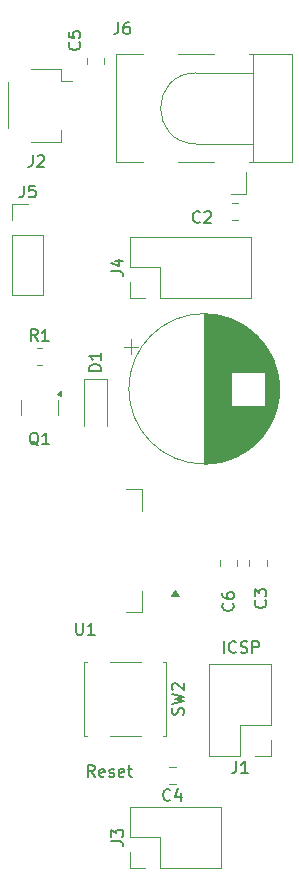
<source format=gbr>
%TF.GenerationSoftware,KiCad,Pcbnew,8.0.8*%
%TF.CreationDate,2025-01-26T19:36:25-06:00*%
%TF.ProjectId,ptSolar-Breakout,7074536f-6c61-4722-9d42-7265616b6f75,rev?*%
%TF.SameCoordinates,Original*%
%TF.FileFunction,Legend,Top*%
%TF.FilePolarity,Positive*%
%FSLAX46Y46*%
G04 Gerber Fmt 4.6, Leading zero omitted, Abs format (unit mm)*
G04 Created by KiCad (PCBNEW 8.0.8) date 2025-01-26 19:36:25*
%MOMM*%
%LPD*%
G01*
G04 APERTURE LIST*
%ADD10C,0.150000*%
%ADD11C,0.120000*%
G04 APERTURE END LIST*
D10*
X151408207Y-132619819D02*
X151074874Y-132143628D01*
X150836779Y-132619819D02*
X150836779Y-131619819D01*
X150836779Y-131619819D02*
X151217731Y-131619819D01*
X151217731Y-131619819D02*
X151312969Y-131667438D01*
X151312969Y-131667438D02*
X151360588Y-131715057D01*
X151360588Y-131715057D02*
X151408207Y-131810295D01*
X151408207Y-131810295D02*
X151408207Y-131953152D01*
X151408207Y-131953152D02*
X151360588Y-132048390D01*
X151360588Y-132048390D02*
X151312969Y-132096009D01*
X151312969Y-132096009D02*
X151217731Y-132143628D01*
X151217731Y-132143628D02*
X150836779Y-132143628D01*
X152217731Y-132572200D02*
X152122493Y-132619819D01*
X152122493Y-132619819D02*
X151932017Y-132619819D01*
X151932017Y-132619819D02*
X151836779Y-132572200D01*
X151836779Y-132572200D02*
X151789160Y-132476961D01*
X151789160Y-132476961D02*
X151789160Y-132096009D01*
X151789160Y-132096009D02*
X151836779Y-132000771D01*
X151836779Y-132000771D02*
X151932017Y-131953152D01*
X151932017Y-131953152D02*
X152122493Y-131953152D01*
X152122493Y-131953152D02*
X152217731Y-132000771D01*
X152217731Y-132000771D02*
X152265350Y-132096009D01*
X152265350Y-132096009D02*
X152265350Y-132191247D01*
X152265350Y-132191247D02*
X151789160Y-132286485D01*
X152646303Y-132572200D02*
X152741541Y-132619819D01*
X152741541Y-132619819D02*
X152932017Y-132619819D01*
X152932017Y-132619819D02*
X153027255Y-132572200D01*
X153027255Y-132572200D02*
X153074874Y-132476961D01*
X153074874Y-132476961D02*
X153074874Y-132429342D01*
X153074874Y-132429342D02*
X153027255Y-132334104D01*
X153027255Y-132334104D02*
X152932017Y-132286485D01*
X152932017Y-132286485D02*
X152789160Y-132286485D01*
X152789160Y-132286485D02*
X152693922Y-132238866D01*
X152693922Y-132238866D02*
X152646303Y-132143628D01*
X152646303Y-132143628D02*
X152646303Y-132096009D01*
X152646303Y-132096009D02*
X152693922Y-132000771D01*
X152693922Y-132000771D02*
X152789160Y-131953152D01*
X152789160Y-131953152D02*
X152932017Y-131953152D01*
X152932017Y-131953152D02*
X153027255Y-132000771D01*
X153884398Y-132572200D02*
X153789160Y-132619819D01*
X153789160Y-132619819D02*
X153598684Y-132619819D01*
X153598684Y-132619819D02*
X153503446Y-132572200D01*
X153503446Y-132572200D02*
X153455827Y-132476961D01*
X153455827Y-132476961D02*
X153455827Y-132096009D01*
X153455827Y-132096009D02*
X153503446Y-132000771D01*
X153503446Y-132000771D02*
X153598684Y-131953152D01*
X153598684Y-131953152D02*
X153789160Y-131953152D01*
X153789160Y-131953152D02*
X153884398Y-132000771D01*
X153884398Y-132000771D02*
X153932017Y-132096009D01*
X153932017Y-132096009D02*
X153932017Y-132191247D01*
X153932017Y-132191247D02*
X153455827Y-132286485D01*
X154217732Y-131953152D02*
X154598684Y-131953152D01*
X154360589Y-131619819D02*
X154360589Y-132476961D01*
X154360589Y-132476961D02*
X154408208Y-132572200D01*
X154408208Y-132572200D02*
X154503446Y-132619819D01*
X154503446Y-132619819D02*
X154598684Y-132619819D01*
X162336779Y-122119819D02*
X162336779Y-121119819D01*
X163384397Y-122024580D02*
X163336778Y-122072200D01*
X163336778Y-122072200D02*
X163193921Y-122119819D01*
X163193921Y-122119819D02*
X163098683Y-122119819D01*
X163098683Y-122119819D02*
X162955826Y-122072200D01*
X162955826Y-122072200D02*
X162860588Y-121976961D01*
X162860588Y-121976961D02*
X162812969Y-121881723D01*
X162812969Y-121881723D02*
X162765350Y-121691247D01*
X162765350Y-121691247D02*
X162765350Y-121548390D01*
X162765350Y-121548390D02*
X162812969Y-121357914D01*
X162812969Y-121357914D02*
X162860588Y-121262676D01*
X162860588Y-121262676D02*
X162955826Y-121167438D01*
X162955826Y-121167438D02*
X163098683Y-121119819D01*
X163098683Y-121119819D02*
X163193921Y-121119819D01*
X163193921Y-121119819D02*
X163336778Y-121167438D01*
X163336778Y-121167438D02*
X163384397Y-121215057D01*
X163765350Y-122072200D02*
X163908207Y-122119819D01*
X163908207Y-122119819D02*
X164146302Y-122119819D01*
X164146302Y-122119819D02*
X164241540Y-122072200D01*
X164241540Y-122072200D02*
X164289159Y-122024580D01*
X164289159Y-122024580D02*
X164336778Y-121929342D01*
X164336778Y-121929342D02*
X164336778Y-121834104D01*
X164336778Y-121834104D02*
X164289159Y-121738866D01*
X164289159Y-121738866D02*
X164241540Y-121691247D01*
X164241540Y-121691247D02*
X164146302Y-121643628D01*
X164146302Y-121643628D02*
X163955826Y-121596009D01*
X163955826Y-121596009D02*
X163860588Y-121548390D01*
X163860588Y-121548390D02*
X163812969Y-121500771D01*
X163812969Y-121500771D02*
X163765350Y-121405533D01*
X163765350Y-121405533D02*
X163765350Y-121310295D01*
X163765350Y-121310295D02*
X163812969Y-121215057D01*
X163812969Y-121215057D02*
X163860588Y-121167438D01*
X163860588Y-121167438D02*
X163955826Y-121119819D01*
X163955826Y-121119819D02*
X164193921Y-121119819D01*
X164193921Y-121119819D02*
X164336778Y-121167438D01*
X164765350Y-122119819D02*
X164765350Y-121119819D01*
X164765350Y-121119819D02*
X165146302Y-121119819D01*
X165146302Y-121119819D02*
X165241540Y-121167438D01*
X165241540Y-121167438D02*
X165289159Y-121215057D01*
X165289159Y-121215057D02*
X165336778Y-121310295D01*
X165336778Y-121310295D02*
X165336778Y-121453152D01*
X165336778Y-121453152D02*
X165289159Y-121548390D01*
X165289159Y-121548390D02*
X165241540Y-121596009D01*
X165241540Y-121596009D02*
X165146302Y-121643628D01*
X165146302Y-121643628D02*
X164765350Y-121643628D01*
X158907200Y-127333332D02*
X158954819Y-127190475D01*
X158954819Y-127190475D02*
X158954819Y-126952380D01*
X158954819Y-126952380D02*
X158907200Y-126857142D01*
X158907200Y-126857142D02*
X158859580Y-126809523D01*
X158859580Y-126809523D02*
X158764342Y-126761904D01*
X158764342Y-126761904D02*
X158669104Y-126761904D01*
X158669104Y-126761904D02*
X158573866Y-126809523D01*
X158573866Y-126809523D02*
X158526247Y-126857142D01*
X158526247Y-126857142D02*
X158478628Y-126952380D01*
X158478628Y-126952380D02*
X158431009Y-127142856D01*
X158431009Y-127142856D02*
X158383390Y-127238094D01*
X158383390Y-127238094D02*
X158335771Y-127285713D01*
X158335771Y-127285713D02*
X158240533Y-127333332D01*
X158240533Y-127333332D02*
X158145295Y-127333332D01*
X158145295Y-127333332D02*
X158050057Y-127285713D01*
X158050057Y-127285713D02*
X158002438Y-127238094D01*
X158002438Y-127238094D02*
X157954819Y-127142856D01*
X157954819Y-127142856D02*
X157954819Y-126904761D01*
X157954819Y-126904761D02*
X158002438Y-126761904D01*
X157954819Y-126428570D02*
X158954819Y-126190475D01*
X158954819Y-126190475D02*
X158240533Y-125999999D01*
X158240533Y-125999999D02*
X158954819Y-125809523D01*
X158954819Y-125809523D02*
X157954819Y-125571428D01*
X158050057Y-125238094D02*
X158002438Y-125190475D01*
X158002438Y-125190475D02*
X157954819Y-125095237D01*
X157954819Y-125095237D02*
X157954819Y-124857142D01*
X157954819Y-124857142D02*
X158002438Y-124761904D01*
X158002438Y-124761904D02*
X158050057Y-124714285D01*
X158050057Y-124714285D02*
X158145295Y-124666666D01*
X158145295Y-124666666D02*
X158240533Y-124666666D01*
X158240533Y-124666666D02*
X158383390Y-124714285D01*
X158383390Y-124714285D02*
X158954819Y-125285713D01*
X158954819Y-125285713D02*
X158954819Y-124666666D01*
X151954819Y-98238094D02*
X150954819Y-98238094D01*
X150954819Y-98238094D02*
X150954819Y-97999999D01*
X150954819Y-97999999D02*
X151002438Y-97857142D01*
X151002438Y-97857142D02*
X151097676Y-97761904D01*
X151097676Y-97761904D02*
X151192914Y-97714285D01*
X151192914Y-97714285D02*
X151383390Y-97666666D01*
X151383390Y-97666666D02*
X151526247Y-97666666D01*
X151526247Y-97666666D02*
X151716723Y-97714285D01*
X151716723Y-97714285D02*
X151811961Y-97761904D01*
X151811961Y-97761904D02*
X151907200Y-97857142D01*
X151907200Y-97857142D02*
X151954819Y-97999999D01*
X151954819Y-97999999D02*
X151954819Y-98238094D01*
X151954819Y-96714285D02*
X151954819Y-97285713D01*
X151954819Y-96999999D02*
X150954819Y-96999999D01*
X150954819Y-96999999D02*
X151097676Y-97095237D01*
X151097676Y-97095237D02*
X151192914Y-97190475D01*
X151192914Y-97190475D02*
X151240533Y-97285713D01*
X145416666Y-82544819D02*
X145416666Y-83259104D01*
X145416666Y-83259104D02*
X145369047Y-83401961D01*
X145369047Y-83401961D02*
X145273809Y-83497200D01*
X145273809Y-83497200D02*
X145130952Y-83544819D01*
X145130952Y-83544819D02*
X145035714Y-83544819D01*
X146369047Y-82544819D02*
X145892857Y-82544819D01*
X145892857Y-82544819D02*
X145845238Y-83021009D01*
X145845238Y-83021009D02*
X145892857Y-82973390D01*
X145892857Y-82973390D02*
X145988095Y-82925771D01*
X145988095Y-82925771D02*
X146226190Y-82925771D01*
X146226190Y-82925771D02*
X146321428Y-82973390D01*
X146321428Y-82973390D02*
X146369047Y-83021009D01*
X146369047Y-83021009D02*
X146416666Y-83116247D01*
X146416666Y-83116247D02*
X146416666Y-83354342D01*
X146416666Y-83354342D02*
X146369047Y-83449580D01*
X146369047Y-83449580D02*
X146321428Y-83497200D01*
X146321428Y-83497200D02*
X146226190Y-83544819D01*
X146226190Y-83544819D02*
X145988095Y-83544819D01*
X145988095Y-83544819D02*
X145892857Y-83497200D01*
X145892857Y-83497200D02*
X145845238Y-83449580D01*
X152824819Y-89803333D02*
X153539104Y-89803333D01*
X153539104Y-89803333D02*
X153681961Y-89850952D01*
X153681961Y-89850952D02*
X153777200Y-89946190D01*
X153777200Y-89946190D02*
X153824819Y-90089047D01*
X153824819Y-90089047D02*
X153824819Y-90184285D01*
X153158152Y-88898571D02*
X153824819Y-88898571D01*
X152777200Y-89136666D02*
X153491485Y-89374761D01*
X153491485Y-89374761D02*
X153491485Y-88755714D01*
X149838095Y-119564819D02*
X149838095Y-120374342D01*
X149838095Y-120374342D02*
X149885714Y-120469580D01*
X149885714Y-120469580D02*
X149933333Y-120517200D01*
X149933333Y-120517200D02*
X150028571Y-120564819D01*
X150028571Y-120564819D02*
X150219047Y-120564819D01*
X150219047Y-120564819D02*
X150314285Y-120517200D01*
X150314285Y-120517200D02*
X150361904Y-120469580D01*
X150361904Y-120469580D02*
X150409523Y-120374342D01*
X150409523Y-120374342D02*
X150409523Y-119564819D01*
X151409523Y-120564819D02*
X150838095Y-120564819D01*
X151123809Y-120564819D02*
X151123809Y-119564819D01*
X151123809Y-119564819D02*
X151028571Y-119707676D01*
X151028571Y-119707676D02*
X150933333Y-119802914D01*
X150933333Y-119802914D02*
X150838095Y-119850533D01*
X146583333Y-95704819D02*
X146250000Y-95228628D01*
X146011905Y-95704819D02*
X146011905Y-94704819D01*
X146011905Y-94704819D02*
X146392857Y-94704819D01*
X146392857Y-94704819D02*
X146488095Y-94752438D01*
X146488095Y-94752438D02*
X146535714Y-94800057D01*
X146535714Y-94800057D02*
X146583333Y-94895295D01*
X146583333Y-94895295D02*
X146583333Y-95038152D01*
X146583333Y-95038152D02*
X146535714Y-95133390D01*
X146535714Y-95133390D02*
X146488095Y-95181009D01*
X146488095Y-95181009D02*
X146392857Y-95228628D01*
X146392857Y-95228628D02*
X146011905Y-95228628D01*
X147535714Y-95704819D02*
X146964286Y-95704819D01*
X147250000Y-95704819D02*
X147250000Y-94704819D01*
X147250000Y-94704819D02*
X147154762Y-94847676D01*
X147154762Y-94847676D02*
X147059524Y-94942914D01*
X147059524Y-94942914D02*
X146964286Y-94990533D01*
X146654761Y-104550057D02*
X146559523Y-104502438D01*
X146559523Y-104502438D02*
X146464285Y-104407200D01*
X146464285Y-104407200D02*
X146321428Y-104264342D01*
X146321428Y-104264342D02*
X146226190Y-104216723D01*
X146226190Y-104216723D02*
X146130952Y-104216723D01*
X146178571Y-104454819D02*
X146083333Y-104407200D01*
X146083333Y-104407200D02*
X145988095Y-104311961D01*
X145988095Y-104311961D02*
X145940476Y-104121485D01*
X145940476Y-104121485D02*
X145940476Y-103788152D01*
X145940476Y-103788152D02*
X145988095Y-103597676D01*
X145988095Y-103597676D02*
X146083333Y-103502438D01*
X146083333Y-103502438D02*
X146178571Y-103454819D01*
X146178571Y-103454819D02*
X146369047Y-103454819D01*
X146369047Y-103454819D02*
X146464285Y-103502438D01*
X146464285Y-103502438D02*
X146559523Y-103597676D01*
X146559523Y-103597676D02*
X146607142Y-103788152D01*
X146607142Y-103788152D02*
X146607142Y-104121485D01*
X146607142Y-104121485D02*
X146559523Y-104311961D01*
X146559523Y-104311961D02*
X146464285Y-104407200D01*
X146464285Y-104407200D02*
X146369047Y-104454819D01*
X146369047Y-104454819D02*
X146178571Y-104454819D01*
X147559523Y-104454819D02*
X146988095Y-104454819D01*
X147273809Y-104454819D02*
X147273809Y-103454819D01*
X147273809Y-103454819D02*
X147178571Y-103597676D01*
X147178571Y-103597676D02*
X147083333Y-103692914D01*
X147083333Y-103692914D02*
X146988095Y-103740533D01*
X153416666Y-68704819D02*
X153416666Y-69419104D01*
X153416666Y-69419104D02*
X153369047Y-69561961D01*
X153369047Y-69561961D02*
X153273809Y-69657200D01*
X153273809Y-69657200D02*
X153130952Y-69704819D01*
X153130952Y-69704819D02*
X153035714Y-69704819D01*
X154321428Y-68704819D02*
X154130952Y-68704819D01*
X154130952Y-68704819D02*
X154035714Y-68752438D01*
X154035714Y-68752438D02*
X153988095Y-68800057D01*
X153988095Y-68800057D02*
X153892857Y-68942914D01*
X153892857Y-68942914D02*
X153845238Y-69133390D01*
X153845238Y-69133390D02*
X153845238Y-69514342D01*
X153845238Y-69514342D02*
X153892857Y-69609580D01*
X153892857Y-69609580D02*
X153940476Y-69657200D01*
X153940476Y-69657200D02*
X154035714Y-69704819D01*
X154035714Y-69704819D02*
X154226190Y-69704819D01*
X154226190Y-69704819D02*
X154321428Y-69657200D01*
X154321428Y-69657200D02*
X154369047Y-69609580D01*
X154369047Y-69609580D02*
X154416666Y-69514342D01*
X154416666Y-69514342D02*
X154416666Y-69276247D01*
X154416666Y-69276247D02*
X154369047Y-69181009D01*
X154369047Y-69181009D02*
X154321428Y-69133390D01*
X154321428Y-69133390D02*
X154226190Y-69085771D01*
X154226190Y-69085771D02*
X154035714Y-69085771D01*
X154035714Y-69085771D02*
X153940476Y-69133390D01*
X153940476Y-69133390D02*
X153892857Y-69181009D01*
X153892857Y-69181009D02*
X153845238Y-69276247D01*
X152824819Y-138063333D02*
X153539104Y-138063333D01*
X153539104Y-138063333D02*
X153681961Y-138110952D01*
X153681961Y-138110952D02*
X153777200Y-138206190D01*
X153777200Y-138206190D02*
X153824819Y-138349047D01*
X153824819Y-138349047D02*
X153824819Y-138444285D01*
X152824819Y-137682380D02*
X152824819Y-137063333D01*
X152824819Y-137063333D02*
X153205771Y-137396666D01*
X153205771Y-137396666D02*
X153205771Y-137253809D01*
X153205771Y-137253809D02*
X153253390Y-137158571D01*
X153253390Y-137158571D02*
X153301009Y-137110952D01*
X153301009Y-137110952D02*
X153396247Y-137063333D01*
X153396247Y-137063333D02*
X153634342Y-137063333D01*
X153634342Y-137063333D02*
X153729580Y-137110952D01*
X153729580Y-137110952D02*
X153777200Y-137158571D01*
X153777200Y-137158571D02*
X153824819Y-137253809D01*
X153824819Y-137253809D02*
X153824819Y-137539523D01*
X153824819Y-137539523D02*
X153777200Y-137634761D01*
X153777200Y-137634761D02*
X153729580Y-137682380D01*
X146166666Y-79954819D02*
X146166666Y-80669104D01*
X146166666Y-80669104D02*
X146119047Y-80811961D01*
X146119047Y-80811961D02*
X146023809Y-80907200D01*
X146023809Y-80907200D02*
X145880952Y-80954819D01*
X145880952Y-80954819D02*
X145785714Y-80954819D01*
X146595238Y-80050057D02*
X146642857Y-80002438D01*
X146642857Y-80002438D02*
X146738095Y-79954819D01*
X146738095Y-79954819D02*
X146976190Y-79954819D01*
X146976190Y-79954819D02*
X147071428Y-80002438D01*
X147071428Y-80002438D02*
X147119047Y-80050057D01*
X147119047Y-80050057D02*
X147166666Y-80145295D01*
X147166666Y-80145295D02*
X147166666Y-80240533D01*
X147166666Y-80240533D02*
X147119047Y-80383390D01*
X147119047Y-80383390D02*
X146547619Y-80954819D01*
X146547619Y-80954819D02*
X147166666Y-80954819D01*
X163396666Y-131284819D02*
X163396666Y-131999104D01*
X163396666Y-131999104D02*
X163349047Y-132141961D01*
X163349047Y-132141961D02*
X163253809Y-132237200D01*
X163253809Y-132237200D02*
X163110952Y-132284819D01*
X163110952Y-132284819D02*
X163015714Y-132284819D01*
X164396666Y-132284819D02*
X163825238Y-132284819D01*
X164110952Y-132284819D02*
X164110952Y-131284819D01*
X164110952Y-131284819D02*
X164015714Y-131427676D01*
X164015714Y-131427676D02*
X163920476Y-131522914D01*
X163920476Y-131522914D02*
X163825238Y-131570533D01*
X163109580Y-117916666D02*
X163157200Y-117964285D01*
X163157200Y-117964285D02*
X163204819Y-118107142D01*
X163204819Y-118107142D02*
X163204819Y-118202380D01*
X163204819Y-118202380D02*
X163157200Y-118345237D01*
X163157200Y-118345237D02*
X163061961Y-118440475D01*
X163061961Y-118440475D02*
X162966723Y-118488094D01*
X162966723Y-118488094D02*
X162776247Y-118535713D01*
X162776247Y-118535713D02*
X162633390Y-118535713D01*
X162633390Y-118535713D02*
X162442914Y-118488094D01*
X162442914Y-118488094D02*
X162347676Y-118440475D01*
X162347676Y-118440475D02*
X162252438Y-118345237D01*
X162252438Y-118345237D02*
X162204819Y-118202380D01*
X162204819Y-118202380D02*
X162204819Y-118107142D01*
X162204819Y-118107142D02*
X162252438Y-117964285D01*
X162252438Y-117964285D02*
X162300057Y-117916666D01*
X162204819Y-117059523D02*
X162204819Y-117249999D01*
X162204819Y-117249999D02*
X162252438Y-117345237D01*
X162252438Y-117345237D02*
X162300057Y-117392856D01*
X162300057Y-117392856D02*
X162442914Y-117488094D01*
X162442914Y-117488094D02*
X162633390Y-117535713D01*
X162633390Y-117535713D02*
X163014342Y-117535713D01*
X163014342Y-117535713D02*
X163109580Y-117488094D01*
X163109580Y-117488094D02*
X163157200Y-117440475D01*
X163157200Y-117440475D02*
X163204819Y-117345237D01*
X163204819Y-117345237D02*
X163204819Y-117154761D01*
X163204819Y-117154761D02*
X163157200Y-117059523D01*
X163157200Y-117059523D02*
X163109580Y-117011904D01*
X163109580Y-117011904D02*
X163014342Y-116964285D01*
X163014342Y-116964285D02*
X162776247Y-116964285D01*
X162776247Y-116964285D02*
X162681009Y-117011904D01*
X162681009Y-117011904D02*
X162633390Y-117059523D01*
X162633390Y-117059523D02*
X162585771Y-117154761D01*
X162585771Y-117154761D02*
X162585771Y-117345237D01*
X162585771Y-117345237D02*
X162633390Y-117440475D01*
X162633390Y-117440475D02*
X162681009Y-117488094D01*
X162681009Y-117488094D02*
X162776247Y-117535713D01*
X150109580Y-70416666D02*
X150157200Y-70464285D01*
X150157200Y-70464285D02*
X150204819Y-70607142D01*
X150204819Y-70607142D02*
X150204819Y-70702380D01*
X150204819Y-70702380D02*
X150157200Y-70845237D01*
X150157200Y-70845237D02*
X150061961Y-70940475D01*
X150061961Y-70940475D02*
X149966723Y-70988094D01*
X149966723Y-70988094D02*
X149776247Y-71035713D01*
X149776247Y-71035713D02*
X149633390Y-71035713D01*
X149633390Y-71035713D02*
X149442914Y-70988094D01*
X149442914Y-70988094D02*
X149347676Y-70940475D01*
X149347676Y-70940475D02*
X149252438Y-70845237D01*
X149252438Y-70845237D02*
X149204819Y-70702380D01*
X149204819Y-70702380D02*
X149204819Y-70607142D01*
X149204819Y-70607142D02*
X149252438Y-70464285D01*
X149252438Y-70464285D02*
X149300057Y-70416666D01*
X149204819Y-69511904D02*
X149204819Y-69988094D01*
X149204819Y-69988094D02*
X149681009Y-70035713D01*
X149681009Y-70035713D02*
X149633390Y-69988094D01*
X149633390Y-69988094D02*
X149585771Y-69892856D01*
X149585771Y-69892856D02*
X149585771Y-69654761D01*
X149585771Y-69654761D02*
X149633390Y-69559523D01*
X149633390Y-69559523D02*
X149681009Y-69511904D01*
X149681009Y-69511904D02*
X149776247Y-69464285D01*
X149776247Y-69464285D02*
X150014342Y-69464285D01*
X150014342Y-69464285D02*
X150109580Y-69511904D01*
X150109580Y-69511904D02*
X150157200Y-69559523D01*
X150157200Y-69559523D02*
X150204819Y-69654761D01*
X150204819Y-69654761D02*
X150204819Y-69892856D01*
X150204819Y-69892856D02*
X150157200Y-69988094D01*
X150157200Y-69988094D02*
X150109580Y-70035713D01*
X157833333Y-134539580D02*
X157785714Y-134587200D01*
X157785714Y-134587200D02*
X157642857Y-134634819D01*
X157642857Y-134634819D02*
X157547619Y-134634819D01*
X157547619Y-134634819D02*
X157404762Y-134587200D01*
X157404762Y-134587200D02*
X157309524Y-134491961D01*
X157309524Y-134491961D02*
X157261905Y-134396723D01*
X157261905Y-134396723D02*
X157214286Y-134206247D01*
X157214286Y-134206247D02*
X157214286Y-134063390D01*
X157214286Y-134063390D02*
X157261905Y-133872914D01*
X157261905Y-133872914D02*
X157309524Y-133777676D01*
X157309524Y-133777676D02*
X157404762Y-133682438D01*
X157404762Y-133682438D02*
X157547619Y-133634819D01*
X157547619Y-133634819D02*
X157642857Y-133634819D01*
X157642857Y-133634819D02*
X157785714Y-133682438D01*
X157785714Y-133682438D02*
X157833333Y-133730057D01*
X158690476Y-133968152D02*
X158690476Y-134634819D01*
X158452381Y-133587200D02*
X158214286Y-134301485D01*
X158214286Y-134301485D02*
X158833333Y-134301485D01*
X165859580Y-117666666D02*
X165907200Y-117714285D01*
X165907200Y-117714285D02*
X165954819Y-117857142D01*
X165954819Y-117857142D02*
X165954819Y-117952380D01*
X165954819Y-117952380D02*
X165907200Y-118095237D01*
X165907200Y-118095237D02*
X165811961Y-118190475D01*
X165811961Y-118190475D02*
X165716723Y-118238094D01*
X165716723Y-118238094D02*
X165526247Y-118285713D01*
X165526247Y-118285713D02*
X165383390Y-118285713D01*
X165383390Y-118285713D02*
X165192914Y-118238094D01*
X165192914Y-118238094D02*
X165097676Y-118190475D01*
X165097676Y-118190475D02*
X165002438Y-118095237D01*
X165002438Y-118095237D02*
X164954819Y-117952380D01*
X164954819Y-117952380D02*
X164954819Y-117857142D01*
X164954819Y-117857142D02*
X165002438Y-117714285D01*
X165002438Y-117714285D02*
X165050057Y-117666666D01*
X164954819Y-117333332D02*
X164954819Y-116714285D01*
X164954819Y-116714285D02*
X165335771Y-117047618D01*
X165335771Y-117047618D02*
X165335771Y-116904761D01*
X165335771Y-116904761D02*
X165383390Y-116809523D01*
X165383390Y-116809523D02*
X165431009Y-116761904D01*
X165431009Y-116761904D02*
X165526247Y-116714285D01*
X165526247Y-116714285D02*
X165764342Y-116714285D01*
X165764342Y-116714285D02*
X165859580Y-116761904D01*
X165859580Y-116761904D02*
X165907200Y-116809523D01*
X165907200Y-116809523D02*
X165954819Y-116904761D01*
X165954819Y-116904761D02*
X165954819Y-117190475D01*
X165954819Y-117190475D02*
X165907200Y-117285713D01*
X165907200Y-117285713D02*
X165859580Y-117333332D01*
X160333333Y-85609580D02*
X160285714Y-85657200D01*
X160285714Y-85657200D02*
X160142857Y-85704819D01*
X160142857Y-85704819D02*
X160047619Y-85704819D01*
X160047619Y-85704819D02*
X159904762Y-85657200D01*
X159904762Y-85657200D02*
X159809524Y-85561961D01*
X159809524Y-85561961D02*
X159761905Y-85466723D01*
X159761905Y-85466723D02*
X159714286Y-85276247D01*
X159714286Y-85276247D02*
X159714286Y-85133390D01*
X159714286Y-85133390D02*
X159761905Y-84942914D01*
X159761905Y-84942914D02*
X159809524Y-84847676D01*
X159809524Y-84847676D02*
X159904762Y-84752438D01*
X159904762Y-84752438D02*
X160047619Y-84704819D01*
X160047619Y-84704819D02*
X160142857Y-84704819D01*
X160142857Y-84704819D02*
X160285714Y-84752438D01*
X160285714Y-84752438D02*
X160333333Y-84800057D01*
X160714286Y-84800057D02*
X160761905Y-84752438D01*
X160761905Y-84752438D02*
X160857143Y-84704819D01*
X160857143Y-84704819D02*
X161095238Y-84704819D01*
X161095238Y-84704819D02*
X161190476Y-84752438D01*
X161190476Y-84752438D02*
X161238095Y-84800057D01*
X161238095Y-84800057D02*
X161285714Y-84895295D01*
X161285714Y-84895295D02*
X161285714Y-84990533D01*
X161285714Y-84990533D02*
X161238095Y-85133390D01*
X161238095Y-85133390D02*
X160666667Y-85704819D01*
X160666667Y-85704819D02*
X161285714Y-85704819D01*
D11*
%TO.C,SW2*%
X157450000Y-122850000D02*
X157450000Y-129150000D01*
X157200000Y-122850000D02*
X157450000Y-122850000D01*
X152700000Y-122850000D02*
X155300000Y-122850000D01*
X150550000Y-122850000D02*
X150800000Y-122850000D01*
X157450000Y-129150000D02*
X157200000Y-129150000D01*
X155300000Y-129150000D02*
X152700000Y-129150000D01*
X150800000Y-129150000D02*
X150550000Y-129150000D01*
X150550000Y-129150000D02*
X150550000Y-122850000D01*
%TO.C,D1*%
X152500000Y-98890000D02*
X150500000Y-98890000D01*
X152500000Y-98890000D02*
X152500000Y-102900000D01*
X150500000Y-98890000D02*
X150500000Y-102900000D01*
%TO.C,J5*%
X147080000Y-86690000D02*
X147080000Y-91830000D01*
X144420000Y-91830000D02*
X147080000Y-91830000D01*
X144420000Y-86690000D02*
X147080000Y-86690000D01*
X144420000Y-86690000D02*
X144420000Y-91830000D01*
X144420000Y-85420000D02*
X144420000Y-84090000D01*
X144420000Y-84090000D02*
X145750000Y-84090000D01*
%TO.C,J4*%
X154370000Y-92070000D02*
X154370000Y-90740000D01*
X155700000Y-92070000D02*
X154370000Y-92070000D01*
X156970000Y-92070000D02*
X164650000Y-92070000D01*
X156970000Y-92070000D02*
X156970000Y-89470000D01*
X164650000Y-92070000D02*
X164650000Y-86870000D01*
X154370000Y-89470000D02*
X154370000Y-86870000D01*
X156970000Y-89470000D02*
X154370000Y-89470000D01*
X154370000Y-86870000D02*
X164650000Y-86870000D01*
%TO.C,U1*%
X155425000Y-118660000D02*
X155425000Y-116850000D01*
X155425000Y-108260000D02*
X155425000Y-110070000D01*
X154060000Y-118660000D02*
X155425000Y-118660000D01*
X154060000Y-108260000D02*
X155425000Y-108260000D01*
X158590000Y-117280000D02*
X157910000Y-117280000D01*
X158250000Y-116810000D01*
X158590000Y-117280000D01*
G36*
X158590000Y-117280000D02*
G01*
X157910000Y-117280000D01*
X158250000Y-116810000D01*
X158590000Y-117280000D01*
G37*
%TO.C,R1*%
X146977064Y-97735000D02*
X146522936Y-97735000D01*
X146977064Y-96265000D02*
X146522936Y-96265000D01*
%TO.C,Q1*%
X148310000Y-101312500D02*
X148310000Y-100662500D01*
X148310000Y-101312500D02*
X148310000Y-101962500D01*
X145190000Y-101312500D02*
X145190000Y-100662500D01*
X145190000Y-101312500D02*
X145190000Y-101962500D01*
X148590000Y-100390000D02*
X148260000Y-100150000D01*
X148590000Y-99910000D01*
X148590000Y-100390000D01*
G36*
X148590000Y-100390000D02*
G01*
X148260000Y-100150000D01*
X148590000Y-99910000D01*
X148590000Y-100390000D01*
G37*
%TO.C,J6*%
X168110000Y-80560000D02*
X164500000Y-80560000D01*
X168110000Y-71440000D02*
X168110000Y-80560000D01*
X168110000Y-71440000D02*
X164500000Y-71440000D01*
X164800000Y-79000000D02*
X160000000Y-79000000D01*
X164800000Y-73000000D02*
X160000000Y-73000000D01*
X164800000Y-71440000D02*
X164800000Y-80560000D01*
X164260000Y-83260000D02*
X164260000Y-81360000D01*
X162920000Y-83260000D02*
X164260000Y-83260000D01*
X161500000Y-80560000D02*
X158500000Y-80560000D01*
X161500000Y-71440000D02*
X158500000Y-71440000D01*
X155500000Y-80560000D02*
X153190000Y-80560000D01*
X155500000Y-71440000D02*
X153190000Y-71440000D01*
X153190000Y-71440000D02*
X153190000Y-80560000D01*
X160000000Y-79000000D02*
G75*
G02*
X160000000Y-73000000I0J3000000D01*
G01*
%TO.C,J3*%
X154370000Y-140330000D02*
X154370000Y-139000000D01*
X155700000Y-140330000D02*
X154370000Y-140330000D01*
X156970000Y-140330000D02*
X162110000Y-140330000D01*
X156970000Y-140330000D02*
X156970000Y-137730000D01*
X162110000Y-140330000D02*
X162110000Y-135130000D01*
X154370000Y-137730000D02*
X154370000Y-135130000D01*
X156970000Y-137730000D02*
X154370000Y-137730000D01*
X154370000Y-135130000D02*
X162110000Y-135130000D01*
%TO.C,J2*%
X148535000Y-72640000D02*
X148535000Y-73690000D01*
X146035000Y-72640000D02*
X148535000Y-72640000D01*
X148535000Y-73690000D02*
X149525000Y-73690000D01*
X144065000Y-73810000D02*
X144065000Y-77690000D01*
X148535000Y-78860000D02*
X148535000Y-77810000D01*
X146035000Y-78860000D02*
X148535000Y-78860000D01*
%TO.C,J1*%
X166330000Y-130830000D02*
X165000000Y-130830000D01*
X166330000Y-129500000D02*
X166330000Y-130830000D01*
X166330000Y-128230000D02*
X166330000Y-123090000D01*
X166330000Y-128230000D02*
X163730000Y-128230000D01*
X166330000Y-123090000D02*
X161130000Y-123090000D01*
X163730000Y-130830000D02*
X161130000Y-130830000D01*
X163730000Y-128230000D02*
X163730000Y-130830000D01*
X161130000Y-130830000D02*
X161130000Y-123090000D01*
%TO.C,C6*%
X163485000Y-114238748D02*
X163485000Y-114761252D01*
X162015000Y-114238748D02*
X162015000Y-114761252D01*
%TO.C,C5*%
X150765000Y-72261252D02*
X150765000Y-71738748D01*
X152235000Y-72261252D02*
X152235000Y-71738748D01*
%TO.C,C4*%
X158261252Y-133235000D02*
X157738748Y-133235000D01*
X158261252Y-131765000D02*
X157738748Y-131765000D01*
%TO.C,C3*%
X165985000Y-114238748D02*
X165985000Y-114761252D01*
X164515000Y-114238748D02*
X164515000Y-114761252D01*
%TO.C,C2*%
X163038748Y-84015000D02*
X163561252Y-84015000D01*
X163038748Y-85485000D02*
X163561252Y-85485000D01*
%TO.C,C1*%
X153858959Y-96175000D02*
X155108959Y-96175000D01*
X154483959Y-95550000D02*
X154483959Y-96800000D01*
X160676041Y-93420000D02*
X160676041Y-106080000D01*
X160716041Y-93420000D02*
X160716041Y-106080000D01*
X160756041Y-93420000D02*
X160756041Y-106080000D01*
X160796041Y-93421000D02*
X160796041Y-106079000D01*
X160836041Y-93422000D02*
X160836041Y-106078000D01*
X160876041Y-93423000D02*
X160876041Y-106077000D01*
X160916041Y-93424000D02*
X160916041Y-106076000D01*
X160956041Y-93426000D02*
X160956041Y-106074000D01*
X160996041Y-93428000D02*
X160996041Y-106072000D01*
X161036041Y-93430000D02*
X161036041Y-106070000D01*
X161076041Y-93432000D02*
X161076041Y-106068000D01*
X161116041Y-93435000D02*
X161116041Y-106065000D01*
X161156041Y-93438000D02*
X161156041Y-106062000D01*
X161196041Y-93441000D02*
X161196041Y-106059000D01*
X161236041Y-93444000D02*
X161236041Y-106056000D01*
X161276041Y-93448000D02*
X161276041Y-106052000D01*
X161316041Y-93452000D02*
X161316041Y-106048000D01*
X161356041Y-93456000D02*
X161356041Y-106044000D01*
X161397041Y-93460000D02*
X161397041Y-106040000D01*
X161437041Y-93465000D02*
X161437041Y-106035000D01*
X161477041Y-93470000D02*
X161477041Y-106030000D01*
X161517041Y-93475000D02*
X161517041Y-106025000D01*
X161557041Y-93481000D02*
X161557041Y-106019000D01*
X161597041Y-93486000D02*
X161597041Y-106014000D01*
X161637041Y-93492000D02*
X161637041Y-106008000D01*
X161677041Y-93498000D02*
X161677041Y-106002000D01*
X161717041Y-93505000D02*
X161717041Y-105995000D01*
X161757041Y-93512000D02*
X161757041Y-105988000D01*
X161797041Y-93519000D02*
X161797041Y-105981000D01*
X161837041Y-93526000D02*
X161837041Y-105974000D01*
X161877041Y-93534000D02*
X161877041Y-105966000D01*
X161917041Y-93541000D02*
X161917041Y-105959000D01*
X161957041Y-93549000D02*
X161957041Y-105951000D01*
X161997041Y-93558000D02*
X161997041Y-105942000D01*
X162037041Y-93566000D02*
X162037041Y-105934000D01*
X162077041Y-93575000D02*
X162077041Y-105925000D01*
X162117041Y-93584000D02*
X162117041Y-105916000D01*
X162157041Y-93594000D02*
X162157041Y-105906000D01*
X162197041Y-93604000D02*
X162197041Y-105896000D01*
X162237041Y-93613000D02*
X162237041Y-105887000D01*
X162277041Y-93624000D02*
X162277041Y-105876000D01*
X162317041Y-93634000D02*
X162317041Y-105866000D01*
X162357041Y-93645000D02*
X162357041Y-105855000D01*
X162397041Y-93656000D02*
X162397041Y-105844000D01*
X162437041Y-93667000D02*
X162437041Y-105833000D01*
X162477041Y-93679000D02*
X162477041Y-105821000D01*
X162517041Y-93691000D02*
X162517041Y-105809000D01*
X162557041Y-93703000D02*
X162557041Y-105797000D01*
X162597041Y-93716000D02*
X162597041Y-105784000D01*
X162637041Y-93729000D02*
X162637041Y-105771000D01*
X162677041Y-93742000D02*
X162677041Y-105758000D01*
X162717041Y-93755000D02*
X162717041Y-105745000D01*
X162757041Y-93769000D02*
X162757041Y-105731000D01*
X162797041Y-93783000D02*
X162797041Y-105717000D01*
X162837041Y-93797000D02*
X162837041Y-105703000D01*
X162877041Y-93811000D02*
X162877041Y-105689000D01*
X162917041Y-93826000D02*
X162917041Y-105674000D01*
X162957041Y-93842000D02*
X162957041Y-105658000D01*
X162997041Y-93857000D02*
X162997041Y-98310000D01*
X162997041Y-101190000D02*
X162997041Y-105643000D01*
X163037041Y-93873000D02*
X163037041Y-98310000D01*
X163037041Y-101190000D02*
X163037041Y-105627000D01*
X163077041Y-93889000D02*
X163077041Y-98310000D01*
X163077041Y-101190000D02*
X163077041Y-105611000D01*
X163117041Y-93905000D02*
X163117041Y-98310000D01*
X163117041Y-101190000D02*
X163117041Y-105595000D01*
X163157041Y-93922000D02*
X163157041Y-98310000D01*
X163157041Y-101190000D02*
X163157041Y-105578000D01*
X163197041Y-93939000D02*
X163197041Y-98310000D01*
X163197041Y-101190000D02*
X163197041Y-105561000D01*
X163237041Y-93957000D02*
X163237041Y-98310000D01*
X163237041Y-101190000D02*
X163237041Y-105543000D01*
X163277041Y-93974000D02*
X163277041Y-98310000D01*
X163277041Y-101190000D02*
X163277041Y-105526000D01*
X163317041Y-93992000D02*
X163317041Y-98310000D01*
X163317041Y-101190000D02*
X163317041Y-105508000D01*
X163357041Y-94011000D02*
X163357041Y-98310000D01*
X163357041Y-101190000D02*
X163357041Y-105489000D01*
X163397041Y-94029000D02*
X163397041Y-98310000D01*
X163397041Y-101190000D02*
X163397041Y-105471000D01*
X163437041Y-94048000D02*
X163437041Y-98310000D01*
X163437041Y-101190000D02*
X163437041Y-105452000D01*
X163477041Y-94068000D02*
X163477041Y-98310000D01*
X163477041Y-101190000D02*
X163477041Y-105432000D01*
X163517041Y-94088000D02*
X163517041Y-98310000D01*
X163517041Y-101190000D02*
X163517041Y-105412000D01*
X163557041Y-94108000D02*
X163557041Y-98310000D01*
X163557041Y-101190000D02*
X163557041Y-105392000D01*
X163597041Y-94128000D02*
X163597041Y-98310000D01*
X163597041Y-101190000D02*
X163597041Y-105372000D01*
X163637041Y-94149000D02*
X163637041Y-98310000D01*
X163637041Y-101190000D02*
X163637041Y-105351000D01*
X163677041Y-94170000D02*
X163677041Y-98310000D01*
X163677041Y-101190000D02*
X163677041Y-105330000D01*
X163717041Y-94192000D02*
X163717041Y-98310000D01*
X163717041Y-101190000D02*
X163717041Y-105308000D01*
X163757041Y-94214000D02*
X163757041Y-98310000D01*
X163757041Y-101190000D02*
X163757041Y-105286000D01*
X163797041Y-94236000D02*
X163797041Y-98310000D01*
X163797041Y-101190000D02*
X163797041Y-105264000D01*
X163837041Y-94259000D02*
X163837041Y-98310000D01*
X163837041Y-101190000D02*
X163837041Y-105241000D01*
X163877041Y-94282000D02*
X163877041Y-98310000D01*
X163877041Y-101190000D02*
X163877041Y-105218000D01*
X163917041Y-94305000D02*
X163917041Y-98310000D01*
X163917041Y-101190000D02*
X163917041Y-105195000D01*
X163957041Y-94329000D02*
X163957041Y-98310000D01*
X163957041Y-101190000D02*
X163957041Y-105171000D01*
X163997041Y-94353000D02*
X163997041Y-98310000D01*
X163997041Y-101190000D02*
X163997041Y-105147000D01*
X164037041Y-94378000D02*
X164037041Y-98310000D01*
X164037041Y-101190000D02*
X164037041Y-105122000D01*
X164077041Y-94403000D02*
X164077041Y-98310000D01*
X164077041Y-101190000D02*
X164077041Y-105097000D01*
X164117041Y-94428000D02*
X164117041Y-98310000D01*
X164117041Y-101190000D02*
X164117041Y-105072000D01*
X164157041Y-94454000D02*
X164157041Y-98310000D01*
X164157041Y-101190000D02*
X164157041Y-105046000D01*
X164197041Y-94480000D02*
X164197041Y-98310000D01*
X164197041Y-101190000D02*
X164197041Y-105020000D01*
X164237041Y-94507000D02*
X164237041Y-98310000D01*
X164237041Y-101190000D02*
X164237041Y-104993000D01*
X164277041Y-94534000D02*
X164277041Y-98310000D01*
X164277041Y-101190000D02*
X164277041Y-104966000D01*
X164317041Y-94562000D02*
X164317041Y-98310000D01*
X164317041Y-101190000D02*
X164317041Y-104938000D01*
X164357041Y-94590000D02*
X164357041Y-98310000D01*
X164357041Y-101190000D02*
X164357041Y-104910000D01*
X164397041Y-94619000D02*
X164397041Y-98310000D01*
X164397041Y-101190000D02*
X164397041Y-104881000D01*
X164437041Y-94648000D02*
X164437041Y-98310000D01*
X164437041Y-101190000D02*
X164437041Y-104852000D01*
X164477041Y-94677000D02*
X164477041Y-98310000D01*
X164477041Y-101190000D02*
X164477041Y-104823000D01*
X164517041Y-94707000D02*
X164517041Y-98310000D01*
X164517041Y-101190000D02*
X164517041Y-104793000D01*
X164557041Y-94738000D02*
X164557041Y-98310000D01*
X164557041Y-101190000D02*
X164557041Y-104762000D01*
X164597041Y-94768000D02*
X164597041Y-98310000D01*
X164597041Y-101190000D02*
X164597041Y-104732000D01*
X164637041Y-94800000D02*
X164637041Y-98310000D01*
X164637041Y-101190000D02*
X164637041Y-104700000D01*
X164677041Y-94832000D02*
X164677041Y-98310000D01*
X164677041Y-101190000D02*
X164677041Y-104668000D01*
X164717041Y-94865000D02*
X164717041Y-98310000D01*
X164717041Y-101190000D02*
X164717041Y-104635000D01*
X164757041Y-94898000D02*
X164757041Y-98310000D01*
X164757041Y-101190000D02*
X164757041Y-104602000D01*
X164797041Y-94931000D02*
X164797041Y-98310000D01*
X164797041Y-101190000D02*
X164797041Y-104569000D01*
X164837041Y-94965000D02*
X164837041Y-98310000D01*
X164837041Y-101190000D02*
X164837041Y-104535000D01*
X164877041Y-95000000D02*
X164877041Y-98310000D01*
X164877041Y-101190000D02*
X164877041Y-104500000D01*
X164917041Y-95036000D02*
X164917041Y-98310000D01*
X164917041Y-101190000D02*
X164917041Y-104464000D01*
X164957041Y-95072000D02*
X164957041Y-98310000D01*
X164957041Y-101190000D02*
X164957041Y-104428000D01*
X164997041Y-95108000D02*
X164997041Y-98310000D01*
X164997041Y-101190000D02*
X164997041Y-104392000D01*
X165037041Y-95145000D02*
X165037041Y-98310000D01*
X165037041Y-101190000D02*
X165037041Y-104355000D01*
X165077041Y-95183000D02*
X165077041Y-98310000D01*
X165077041Y-101190000D02*
X165077041Y-104317000D01*
X165117041Y-95222000D02*
X165117041Y-98310000D01*
X165117041Y-101190000D02*
X165117041Y-104278000D01*
X165157041Y-95261000D02*
X165157041Y-98310000D01*
X165157041Y-101190000D02*
X165157041Y-104239000D01*
X165197041Y-95301000D02*
X165197041Y-98310000D01*
X165197041Y-101190000D02*
X165197041Y-104199000D01*
X165237041Y-95342000D02*
X165237041Y-98310000D01*
X165237041Y-101190000D02*
X165237041Y-104158000D01*
X165277041Y-95383000D02*
X165277041Y-98310000D01*
X165277041Y-101190000D02*
X165277041Y-104117000D01*
X165317041Y-95425000D02*
X165317041Y-98310000D01*
X165317041Y-101190000D02*
X165317041Y-104075000D01*
X165357041Y-95468000D02*
X165357041Y-98310000D01*
X165357041Y-101190000D02*
X165357041Y-104032000D01*
X165397041Y-95512000D02*
X165397041Y-98310000D01*
X165397041Y-101190000D02*
X165397041Y-103988000D01*
X165437041Y-95556000D02*
X165437041Y-98310000D01*
X165437041Y-101190000D02*
X165437041Y-103944000D01*
X165477041Y-95602000D02*
X165477041Y-98310000D01*
X165477041Y-101190000D02*
X165477041Y-103898000D01*
X165517041Y-95648000D02*
X165517041Y-98310000D01*
X165517041Y-101190000D02*
X165517041Y-103852000D01*
X165557041Y-95695000D02*
X165557041Y-98310000D01*
X165557041Y-101190000D02*
X165557041Y-103805000D01*
X165597041Y-95743000D02*
X165597041Y-98310000D01*
X165597041Y-101190000D02*
X165597041Y-103757000D01*
X165637041Y-95793000D02*
X165637041Y-98310000D01*
X165637041Y-101190000D02*
X165637041Y-103707000D01*
X165677041Y-95843000D02*
X165677041Y-98310000D01*
X165677041Y-101190000D02*
X165677041Y-103657000D01*
X165717041Y-95894000D02*
X165717041Y-98310000D01*
X165717041Y-101190000D02*
X165717041Y-103606000D01*
X165757041Y-95946000D02*
X165757041Y-98310000D01*
X165757041Y-101190000D02*
X165757041Y-103554000D01*
X165797041Y-96000000D02*
X165797041Y-98310000D01*
X165797041Y-101190000D02*
X165797041Y-103500000D01*
X165837041Y-96054000D02*
X165837041Y-98310000D01*
X165837041Y-101190000D02*
X165837041Y-103446000D01*
X165877041Y-96110000D02*
X165877041Y-103390000D01*
X165917041Y-96167000D02*
X165917041Y-103333000D01*
X165957041Y-96226000D02*
X165957041Y-103274000D01*
X165997041Y-96286000D02*
X165997041Y-103214000D01*
X166037041Y-96348000D02*
X166037041Y-103152000D01*
X166077041Y-96411000D02*
X166077041Y-103089000D01*
X166117041Y-96475000D02*
X166117041Y-103025000D01*
X166157041Y-96542000D02*
X166157041Y-102958000D01*
X166197041Y-96610000D02*
X166197041Y-102890000D01*
X166237041Y-96681000D02*
X166237041Y-102819000D01*
X166277041Y-96754000D02*
X166277041Y-102746000D01*
X166317041Y-96829000D02*
X166317041Y-102671000D01*
X166357041Y-96906000D02*
X166357041Y-102594000D01*
X166397041Y-96986000D02*
X166397041Y-102514000D01*
X166437041Y-97069000D02*
X166437041Y-102431000D01*
X166477041Y-97156000D02*
X166477041Y-102344000D01*
X166517041Y-97246000D02*
X166517041Y-102254000D01*
X166557041Y-97340000D02*
X166557041Y-102160000D01*
X166597041Y-97438000D02*
X166597041Y-102062000D01*
X166637041Y-97541000D02*
X166637041Y-101959000D01*
X166677041Y-97650000D02*
X166677041Y-101850000D01*
X166717041Y-97766000D02*
X166717041Y-101734000D01*
X166757041Y-97889000D02*
X166757041Y-101611000D01*
X166797041Y-98022000D02*
X166797041Y-101478000D01*
X166837041Y-98167000D02*
X166837041Y-101333000D01*
X166877041Y-98328000D02*
X166877041Y-101172000D01*
X166917041Y-98509000D02*
X166917041Y-100991000D01*
X166957041Y-98722000D02*
X166957041Y-100778000D01*
X166997041Y-98993000D02*
X166997041Y-100507000D01*
X167037041Y-99433000D02*
X167037041Y-100067000D01*
X167046041Y-99750000D02*
G75*
G02*
X154306041Y-99750000I-6370000J0D01*
G01*
X154306041Y-99750000D02*
G75*
G02*
X167046041Y-99750000I6370000J0D01*
G01*
%TD*%
M02*

</source>
